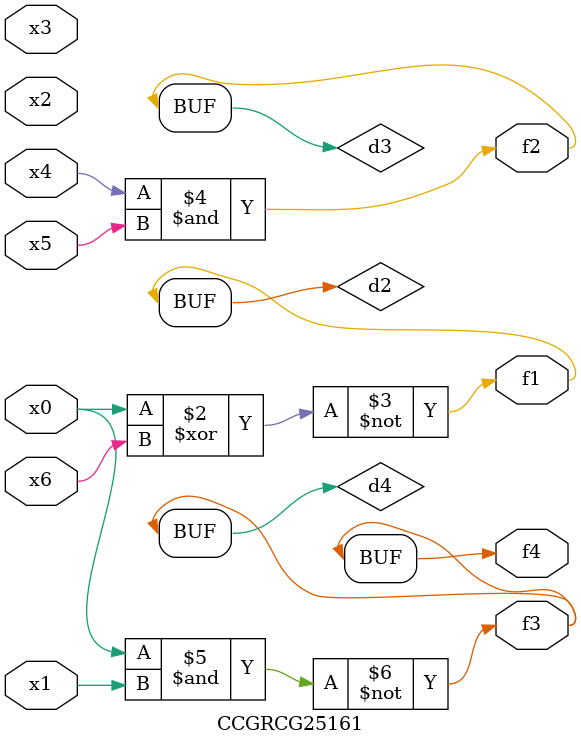
<source format=v>
module CCGRCG25161(
	input x0, x1, x2, x3, x4, x5, x6,
	output f1, f2, f3, f4
);

	wire d1, d2, d3, d4;

	nor (d1, x0);
	xnor (d2, x0, x6);
	and (d3, x4, x5);
	nand (d4, x0, x1);
	assign f1 = d2;
	assign f2 = d3;
	assign f3 = d4;
	assign f4 = d4;
endmodule

</source>
